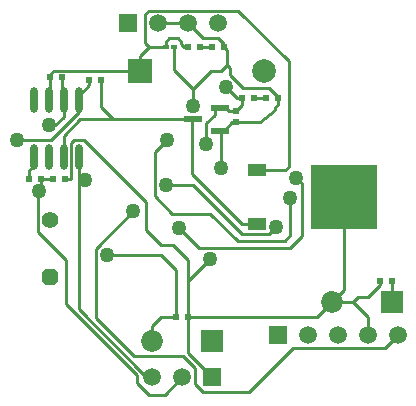
<source format=gbr>
G04 Layer_Physical_Order=1*
G04 Layer_Color=255*
%FSLAX42Y42*%
%MOMM*%
%TF.FileFunction,Copper,L1,Top,Signal*%
%TF.Part,Single*%
G01*
G75*
%TA.AperFunction,SMDPad,CuDef*%
%ADD10R,1.50X0.60*%
%ADD11R,1.60X1.00*%
%ADD12R,5.70X5.50*%
%ADD13R,0.60X0.50*%
%ADD14R,0.50X0.60*%
%ADD15R,0.50X0.30*%
%ADD16O,0.60X2.20*%
%TA.AperFunction,Conductor*%
%ADD17C,0.25*%
%TA.AperFunction,ComponentPad*%
%ADD18C,1.85*%
%ADD19R,1.85X1.85*%
G04:AMPARAMS|DCode=20|XSize=1.4mm|YSize=1.4mm|CornerRadius=0mm|HoleSize=0mm|Usage=FLASHONLY|Rotation=90.000|XOffset=0mm|YOffset=0mm|HoleType=Round|Shape=Octagon|*
%AMOCTAGOND20*
4,1,8,0.35,0.70,-0.35,0.70,-0.70,0.35,-0.70,-0.35,-0.35,-0.70,0.35,-0.70,0.70,-0.35,0.70,0.35,0.35,0.70,0.0*
%
%ADD20OCTAGOND20*%

%ADD21C,1.40*%
%ADD22C,2.00*%
%ADD23R,2.00X2.00*%
%ADD24C,1.50*%
%ADD25R,1.50X1.50*%
%TA.AperFunction,ViaPad*%
%ADD26C,1.27*%
D10*
X1868Y2394D02*
D03*
Y2584D02*
D03*
X1638Y2489D02*
D03*
D11*
X2181Y2057D02*
D03*
Y1600D02*
D03*
D12*
X2921Y1829D02*
D03*
D13*
X863Y2819D02*
D03*
X763D02*
D03*
X2058Y2667D02*
D03*
X2158D02*
D03*
X1601Y3099D02*
D03*
X1701D02*
D03*
X533Y2845D02*
D03*
X433D02*
D03*
X2361Y2667D02*
D03*
X2261D02*
D03*
X1904Y3099D02*
D03*
X1804D02*
D03*
X255Y1981D02*
D03*
X355D02*
D03*
X458D02*
D03*
X558D02*
D03*
X1500Y813D02*
D03*
X1600D02*
D03*
X3327Y1118D02*
D03*
X3227D02*
D03*
D14*
X2007Y2564D02*
D03*
Y2464D02*
D03*
D15*
X1483Y3099D02*
D03*
X1413D02*
D03*
D16*
X673Y2653D02*
D03*
X546D02*
D03*
X419D02*
D03*
X292D02*
D03*
X673Y2173D02*
D03*
X546D02*
D03*
X419D02*
D03*
X292D02*
D03*
D17*
X1868Y2584D02*
X1925D01*
X673Y2653D02*
Y2690D01*
X763Y2780D01*
Y2819D01*
X1900Y2394D02*
X1970Y2464D01*
X2007D01*
X1346Y3302D02*
X1600D01*
X546Y2653D02*
Y2741D01*
X533Y2754D02*
X546Y2741D01*
X533Y2754D02*
Y2845D01*
X419Y2653D02*
Y2741D01*
X433Y2754D01*
Y2845D01*
X1701Y3099D02*
X1804D01*
X2158Y2667D02*
X2261D01*
X356Y1981D02*
X458D01*
X255D02*
Y2057D01*
X292Y2095D01*
Y2173D01*
X1412Y3099D02*
X1413D01*
X1542Y3124D02*
Y3147D01*
Y3124D02*
X1567Y3099D01*
X1601D01*
X433Y2845D02*
Y2870D01*
X466Y2903D01*
X1049D01*
X1057Y2896D01*
X1194D01*
Y3023D02*
X1270Y3099D01*
X1194Y2896D02*
Y3023D01*
X2819Y940D02*
X2997D01*
X1295Y610D02*
Y737D01*
X1372Y813D01*
X1500D01*
X1600D02*
X2692D01*
X1918Y2761D02*
X2012Y2667D01*
X2058D01*
X1600Y508D02*
X1803Y305D01*
X1600Y508D02*
Y813D01*
X1500D02*
Y1210D01*
X1372Y1339D02*
X1500Y1210D01*
X914Y1339D02*
X1372D01*
X1600Y1123D02*
X1783Y1306D01*
X673Y2028D02*
X724Y1977D01*
X673Y2028D02*
Y2173D01*
X3265Y551D02*
X3374Y660D01*
X2487Y551D02*
X3265D01*
X2115Y179D02*
X2487Y551D01*
X1727Y179D02*
X2115D01*
X1659Y248D02*
X1727Y179D01*
X1659Y248D02*
Y381D01*
X1557Y483D02*
X1659Y381D01*
X1146Y483D02*
X1557D01*
X818Y810D02*
X1146Y483D01*
X818Y810D02*
Y1394D01*
X1136Y1712D01*
X1521Y1573D02*
X1692Y1402D01*
X2466D01*
X2563Y1499D01*
Y1948D01*
X2517Y1994D02*
X2563Y1948D01*
X2466Y1507D02*
Y1824D01*
X2420Y1460D02*
X2466Y1507D01*
X2019Y1460D02*
X2420D01*
X1789Y1690D02*
X2019Y1460D01*
X1465Y1690D02*
X1789D01*
X1319Y1837D02*
X1465Y1690D01*
X1319Y1837D02*
Y2210D01*
X1420Y2311D01*
X1636Y2489D02*
X1638D01*
X1636Y2025D02*
X2060Y1600D01*
X2181D01*
X1237Y3132D02*
Y3378D01*
X1270Y3411D01*
X2025D01*
X2451Y2985D01*
Y2085D02*
Y2985D01*
X2423Y2057D02*
X2451Y2085D01*
X2181Y2057D02*
X2423D01*
X1481Y2906D02*
X1643Y2743D01*
Y2603D02*
Y2743D01*
X1481Y3099D02*
X1483D01*
X863Y2592D02*
Y2819D01*
Y2592D02*
X965Y2489D01*
X673Y2548D02*
Y2653D01*
X442Y2316D02*
X673Y2548D01*
X155Y2316D02*
X442D01*
X1473Y1427D02*
X1600Y1300D01*
X1372Y1427D02*
X1473D01*
X1247Y1552D02*
X1372Y1427D01*
X1247Y1552D02*
Y1788D01*
X719Y2316D02*
X1247Y1788D01*
X635Y2316D02*
X719D01*
X610Y2292D02*
X635Y2316D01*
X610Y1981D02*
Y2292D01*
X558Y1981D02*
X610D01*
X1219Y337D02*
X1295Y305D01*
X673Y883D02*
X1219Y337D01*
X2283Y1516D02*
X2347Y1580D01*
X2060Y1516D02*
X2283D01*
X1643Y1933D02*
X2060Y1516D01*
X1415Y1933D02*
X1643D01*
X1753Y2281D02*
Y2459D01*
X1824Y2530D01*
Y2584D02*
X1868D01*
X2286Y2756D02*
X2361Y2680D01*
X2069Y2756D02*
X2286D01*
X2007Y2464D02*
X2209D01*
X2337Y2568D01*
X1600Y3302D02*
X1725Y3178D01*
X1851D01*
X1904Y3124D01*
Y3099D02*
Y3124D01*
X3227Y1090D02*
Y1118D01*
X3120Y984D02*
X3227Y1090D01*
X2819Y940D02*
X2921Y1041D01*
Y1829D01*
X424Y2438D02*
X475D01*
X546Y2510D01*
Y2653D01*
Y2173D02*
Y2352D01*
X683Y2489D01*
X338Y1882D02*
X356Y1900D01*
X1402Y157D02*
X1549Y305D01*
X1270Y157D02*
X1402D01*
X1168Y259D02*
X1270Y157D01*
X1168Y259D02*
Y322D01*
X564Y927D02*
X1168Y322D01*
X564Y927D02*
Y1298D01*
X328Y1534D02*
X564Y1298D01*
X3327Y941D02*
X3327Y940D01*
X3327Y941D02*
Y1118D01*
X673Y883D02*
Y2028D01*
X1600Y813D02*
Y1123D01*
Y1300D01*
X1481Y2906D02*
Y3099D01*
X1875Y2080D02*
Y2394D01*
X3120Y660D02*
Y817D01*
X1868Y2394D02*
X1875D01*
X1900D01*
X683Y2489D02*
X965D01*
X1636D01*
Y2025D02*
Y2489D01*
X356Y1900D02*
Y1932D01*
X328Y1905D02*
X356Y1932D01*
X355Y1981D02*
X356D01*
X2692Y813D02*
X2819Y940D01*
X2997D02*
X3042Y984D01*
X3120D01*
X2997Y940D02*
X3120Y817D01*
X328Y1534D02*
Y1905D01*
X356Y1932D02*
Y1981D01*
X1643Y2743D02*
X1795Y2895D01*
X1904Y3099D02*
X1930Y3073D01*
X1795Y2895D02*
X1879D01*
X1956Y2869D02*
X2069Y2756D01*
X1879Y2895D02*
X1930Y2946D01*
X1270Y3099D02*
X1412D01*
X1237Y3132D02*
X1270Y3099D01*
X1412Y3147D02*
X1440Y3175D01*
X1514D01*
X1542Y3147D01*
X1412Y3099D02*
Y3147D01*
X1930Y2946D02*
Y3073D01*
Y2946D02*
X1956Y2921D01*
Y2869D02*
Y2921D01*
X2361Y2667D02*
Y2680D01*
X2337Y2568D02*
Y2591D01*
X2361Y2615D01*
Y2667D01*
X2007Y2564D02*
X2058Y2615D01*
Y2667D01*
X1925Y2584D02*
X1946Y2564D01*
X2007D01*
X1824Y2530D02*
Y2584D01*
D18*
X1295Y610D02*
D03*
X2819Y940D02*
D03*
D19*
X1803Y610D02*
D03*
X3327Y940D02*
D03*
D20*
X432Y1153D02*
D03*
D21*
Y1641D02*
D03*
D22*
X2240Y2896D02*
D03*
D23*
X1194D02*
D03*
D24*
X1854Y3302D02*
D03*
X1600D02*
D03*
X1346D02*
D03*
X1549Y305D02*
D03*
X1295D02*
D03*
X3374Y660D02*
D03*
X3120D02*
D03*
X2866D02*
D03*
X2612D02*
D03*
D25*
X1092Y3302D02*
D03*
X1803Y305D02*
D03*
X2358Y660D02*
D03*
D26*
X1918Y2761D02*
D03*
X914Y1339D02*
D03*
X1875Y2080D02*
D03*
X1783Y1306D02*
D03*
X724Y1977D02*
D03*
X1136Y1712D02*
D03*
X1521Y1573D02*
D03*
X2517Y1994D02*
D03*
X2466Y1824D02*
D03*
X1420Y2311D02*
D03*
X1643Y2603D02*
D03*
X155Y2316D02*
D03*
X2347Y1580D02*
D03*
X1415Y1933D02*
D03*
X1753Y2281D02*
D03*
X424Y2438D02*
D03*
X338Y1882D02*
D03*
%TF.MD5,61d6292be142b1ab2e19e3232e3bb8dd*%
M02*

</source>
